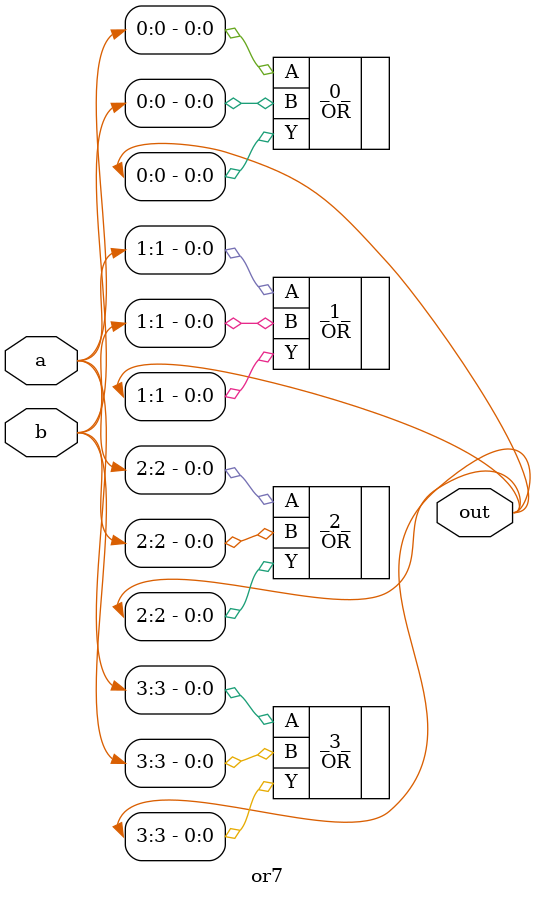
<source format=v>
/* Generated by Yosys 0.41+83 (git sha1 7045cf509, x86_64-w64-mingw32-g++ 13.2.1 -Os) */

/* cells_not_processed =  1  */
/* src = "or7.v:1.1-9.10" */
module or7(a, b, out);
  /* src = "or7.v:2.22-2.23" */
  input [3:0] a;
  wire [3:0] a;
  /* src = "or7.v:3.22-3.23" */
  input [3:0] b;
  wire [3:0] b;
  /* src = "or7.v:4.23-4.26" */
  output [3:0] out;
  wire [3:0] out;
  OR _0_ (
    .A(a[0]),
    .B(b[0]),
    .Y(out[0])
  );
  OR _1_ (
    .A(a[1]),
    .B(b[1]),
    .Y(out[1])
  );
  OR _2_ (
    .A(a[2]),
    .B(b[2]),
    .Y(out[2])
  );
  OR _3_ (
    .A(a[3]),
    .B(b[3]),
    .Y(out[3])
  );
endmodule

</source>
